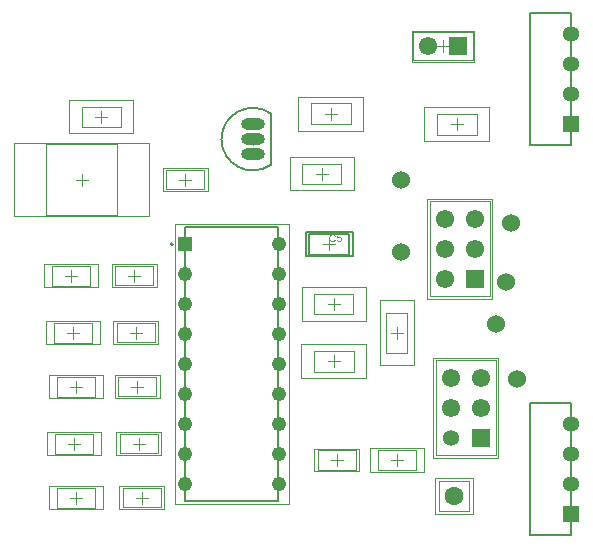
<source format=gbl>
G04*
G04 #@! TF.GenerationSoftware,Altium Limited,Altium Designer,19.1.8 (144)*
G04*
G04 Layer_Physical_Order=2*
G04 Layer_Color=16711680*
%FSLAX25Y25*%
%MOIN*%
G70*
G01*
G75*
%ADD11C,0.00787*%
%ADD12C,0.00500*%
%ADD15C,0.00394*%
%ADD16C,0.00197*%
%ADD43C,0.06000*%
%ADD44R,0.06102X0.06102*%
%ADD45C,0.06102*%
%ADD46C,0.05346*%
%ADD47R,0.06102X0.06102*%
%ADD48R,0.05346X0.05346*%
%ADD49C,0.06299*%
%ADD50O,0.07874X0.03937*%
%ADD51O,0.07874X0.03937*%
%ADD52R,0.04764X0.04764*%
%ADD53C,0.04764*%
G36*
X111249Y104800D02*
X111281Y104796D01*
X111321Y104793D01*
X111361Y104789D01*
X111409Y104778D01*
X111507Y104756D01*
X111616Y104724D01*
X111671Y104702D01*
X111722Y104676D01*
X111773Y104643D01*
X111824Y104611D01*
X111827Y104607D01*
X111835Y104603D01*
X111849Y104593D01*
X111867Y104574D01*
X111885Y104556D01*
X111911Y104531D01*
X111936Y104501D01*
X111966Y104472D01*
X111995Y104436D01*
X112024Y104392D01*
X112057Y104349D01*
X112086Y104301D01*
X112111Y104247D01*
X112140Y104192D01*
X112162Y104134D01*
X112184Y104068D01*
X111856Y103992D01*
Y103996D01*
X111853Y104003D01*
X111845Y104017D01*
X111838Y104036D01*
X111831Y104057D01*
X111820Y104087D01*
X111791Y104145D01*
X111754Y104210D01*
X111711Y104276D01*
X111656Y104338D01*
X111598Y104392D01*
X111591Y104400D01*
X111569Y104414D01*
X111532Y104432D01*
X111485Y104458D01*
X111423Y104480D01*
X111354Y104501D01*
X111270Y104516D01*
X111179Y104520D01*
X111150D01*
X111132Y104516D01*
X111107D01*
X111077Y104512D01*
X111008Y104501D01*
X110932Y104487D01*
X110852Y104462D01*
X110768Y104425D01*
X110692Y104378D01*
X110688D01*
X110684Y104370D01*
X110659Y104352D01*
X110626Y104323D01*
X110586Y104279D01*
X110539Y104225D01*
X110495Y104163D01*
X110455Y104087D01*
X110419Y104003D01*
Y103999D01*
X110415Y103992D01*
X110411Y103981D01*
X110408Y103963D01*
X110400Y103941D01*
X110393Y103916D01*
X110382Y103854D01*
X110368Y103781D01*
X110353Y103701D01*
X110346Y103613D01*
X110342Y103519D01*
Y103515D01*
Y103504D01*
Y103486D01*
Y103464D01*
X110346Y103439D01*
Y103406D01*
X110349Y103369D01*
X110353Y103329D01*
X110364Y103242D01*
X110382Y103147D01*
X110404Y103053D01*
X110433Y102958D01*
Y102954D01*
X110437Y102947D01*
X110444Y102936D01*
X110451Y102918D01*
X110473Y102874D01*
X110506Y102823D01*
X110546Y102765D01*
X110597Y102703D01*
X110655Y102649D01*
X110724Y102598D01*
X110728D01*
X110735Y102594D01*
X110746Y102587D01*
X110761Y102580D01*
X110779Y102572D01*
X110801Y102561D01*
X110852Y102540D01*
X110917Y102518D01*
X110990Y102499D01*
X111070Y102485D01*
X111154Y102481D01*
X111179D01*
X111201Y102485D01*
X111227D01*
X111252Y102489D01*
X111318Y102503D01*
X111394Y102521D01*
X111470Y102550D01*
X111551Y102591D01*
X111591Y102612D01*
X111627Y102641D01*
X111631Y102645D01*
X111634Y102649D01*
X111645Y102660D01*
X111660Y102671D01*
X111674Y102689D01*
X111693Y102711D01*
X111714Y102733D01*
X111733Y102762D01*
X111754Y102794D01*
X111780Y102831D01*
X111802Y102867D01*
X111824Y102911D01*
X111842Y102958D01*
X111860Y103009D01*
X111878Y103064D01*
X111893Y103122D01*
X112228Y103038D01*
Y103035D01*
X112224Y103020D01*
X112217Y102998D01*
X112206Y102969D01*
X112195Y102936D01*
X112180Y102896D01*
X112162Y102853D01*
X112140Y102805D01*
X112089Y102703D01*
X112024Y102601D01*
X111984Y102550D01*
X111944Y102499D01*
X111900Y102456D01*
X111849Y102412D01*
X111845Y102409D01*
X111838Y102401D01*
X111820Y102394D01*
X111802Y102379D01*
X111773Y102361D01*
X111743Y102343D01*
X111704Y102325D01*
X111663Y102307D01*
X111616Y102285D01*
X111565Y102267D01*
X111511Y102248D01*
X111452Y102230D01*
X111390Y102216D01*
X111325Y102208D01*
X111256Y102201D01*
X111183Y102197D01*
X111143D01*
X111114Y102201D01*
X111081D01*
X111041Y102205D01*
X110997Y102212D01*
X110946Y102219D01*
X110841Y102237D01*
X110732Y102267D01*
X110622Y102307D01*
X110571Y102332D01*
X110521Y102361D01*
X110517Y102365D01*
X110510Y102368D01*
X110495Y102379D01*
X110480Y102394D01*
X110459Y102409D01*
X110433Y102430D01*
X110404Y102456D01*
X110375Y102485D01*
X110346Y102518D01*
X110313Y102550D01*
X110248Y102634D01*
X110186Y102733D01*
X110131Y102842D01*
Y102845D01*
X110124Y102856D01*
X110120Y102874D01*
X110109Y102896D01*
X110102Y102925D01*
X110091Y102962D01*
X110076Y103002D01*
X110065Y103045D01*
X110055Y103093D01*
X110040Y103147D01*
X110022Y103260D01*
X110007Y103388D01*
X110000Y103519D01*
Y103522D01*
Y103537D01*
Y103559D01*
X110004Y103584D01*
Y103621D01*
X110007Y103657D01*
X110011Y103704D01*
X110018Y103752D01*
X110036Y103857D01*
X110062Y103974D01*
X110098Y104090D01*
X110149Y104203D01*
X110153Y104207D01*
X110157Y104218D01*
X110164Y104232D01*
X110178Y104250D01*
X110193Y104276D01*
X110211Y104305D01*
X110258Y104370D01*
X110320Y104443D01*
X110393Y104516D01*
X110477Y104589D01*
X110575Y104651D01*
X110579Y104654D01*
X110590Y104658D01*
X110604Y104665D01*
X110622Y104676D01*
X110652Y104687D01*
X110681Y104698D01*
X110717Y104713D01*
X110757Y104727D01*
X110801Y104742D01*
X110848Y104756D01*
X110950Y104778D01*
X111066Y104796D01*
X111187Y104804D01*
X111223D01*
X111249Y104800D01*
D02*
G37*
G36*
X114062Y104432D02*
X113054D01*
X112919Y103752D01*
X112923Y103755D01*
X112930Y103759D01*
X112941Y103766D01*
X112959Y103777D01*
X112981Y103788D01*
X113007Y103803D01*
X113065Y103832D01*
X113138Y103861D01*
X113218Y103886D01*
X113305Y103904D01*
X113349Y103912D01*
X113429D01*
X113451Y103908D01*
X113480Y103904D01*
X113513Y103901D01*
X113549Y103894D01*
X113589Y103883D01*
X113676Y103857D01*
X113724Y103839D01*
X113771Y103814D01*
X113818Y103788D01*
X113866Y103759D01*
X113909Y103723D01*
X113953Y103682D01*
X113957Y103679D01*
X113964Y103672D01*
X113975Y103661D01*
X113989Y103642D01*
X114008Y103617D01*
X114026Y103592D01*
X114048Y103559D01*
X114069Y103522D01*
X114088Y103482D01*
X114110Y103439D01*
X114128Y103388D01*
X114146Y103337D01*
X114161Y103282D01*
X114171Y103220D01*
X114179Y103158D01*
X114182Y103093D01*
Y103089D01*
Y103078D01*
Y103060D01*
X114179Y103035D01*
X114175Y103006D01*
X114171Y102973D01*
X114164Y102933D01*
X114157Y102893D01*
X114135Y102798D01*
X114099Y102700D01*
X114077Y102649D01*
X114048Y102601D01*
X114018Y102550D01*
X113982Y102503D01*
X113979Y102499D01*
X113971Y102489D01*
X113957Y102474D01*
X113938Y102456D01*
X113913Y102434D01*
X113884Y102405D01*
X113847Y102379D01*
X113807Y102350D01*
X113764Y102321D01*
X113713Y102296D01*
X113658Y102270D01*
X113600Y102245D01*
X113538Y102226D01*
X113469Y102212D01*
X113396Y102201D01*
X113320Y102197D01*
X113287D01*
X113261Y102201D01*
X113232Y102205D01*
X113199Y102208D01*
X113160Y102212D01*
X113119Y102223D01*
X113028Y102245D01*
X112937Y102278D01*
X112890Y102299D01*
X112843Y102325D01*
X112799Y102354D01*
X112755Y102387D01*
X112752Y102390D01*
X112744Y102394D01*
X112737Y102409D01*
X112723Y102423D01*
X112705Y102441D01*
X112686Y102463D01*
X112664Y102492D01*
X112646Y102525D01*
X112624Y102558D01*
X112602Y102598D01*
X112563Y102685D01*
X112530Y102787D01*
X112519Y102842D01*
X112512Y102900D01*
X112836Y102925D01*
Y102922D01*
Y102915D01*
X112839Y102903D01*
X112843Y102885D01*
X112854Y102845D01*
X112868Y102791D01*
X112890Y102736D01*
X112919Y102674D01*
X112956Y102620D01*
X112999Y102569D01*
X113007Y102565D01*
X113021Y102550D01*
X113050Y102532D01*
X113090Y102510D01*
X113134Y102489D01*
X113189Y102470D01*
X113251Y102456D01*
X113320Y102452D01*
X113341D01*
X113356Y102456D01*
X113400Y102460D01*
X113451Y102474D01*
X113513Y102492D01*
X113574Y102521D01*
X113640Y102565D01*
X113669Y102591D01*
X113698Y102620D01*
X113702Y102623D01*
X113706Y102627D01*
X113713Y102638D01*
X113724Y102649D01*
X113749Y102689D01*
X113778Y102740D01*
X113804Y102802D01*
X113829Y102878D01*
X113847Y102969D01*
X113855Y103016D01*
Y103067D01*
Y103071D01*
Y103078D01*
Y103093D01*
X113851Y103111D01*
Y103133D01*
X113847Y103158D01*
X113837Y103217D01*
X113818Y103286D01*
X113793Y103355D01*
X113756Y103420D01*
X113706Y103482D01*
Y103486D01*
X113698Y103490D01*
X113680Y103508D01*
X113647Y103533D01*
X113603Y103562D01*
X113545Y103588D01*
X113480Y103613D01*
X113403Y103631D01*
X113360Y103639D01*
X113291D01*
X113261Y103635D01*
X113225Y103631D01*
X113181Y103621D01*
X113138Y103610D01*
X113090Y103592D01*
X113043Y103570D01*
X113039Y103566D01*
X113025Y103559D01*
X113003Y103541D01*
X112974Y103522D01*
X112945Y103497D01*
X112916Y103464D01*
X112883Y103431D01*
X112857Y103391D01*
X112566Y103431D01*
X112810Y104727D01*
X114062D01*
Y104432D01*
D02*
G37*
D11*
X103307Y97957D02*
Y105043D01*
Y97957D02*
X116693D01*
Y105043D01*
X103307D02*
X116693D01*
X102126Y97563D02*
Y105437D01*
Y97563D02*
X117874D01*
Y105437D01*
X102126D02*
X117874D01*
X57913Y101500D02*
G03*
X57913Y101500I-394J0D01*
G01*
D02*
G03*
X57913Y101500I-394J0D01*
G01*
X102126Y97563D02*
Y105437D01*
Y97563D02*
X117874D01*
Y105437D01*
X102126D02*
X117874D01*
X90484Y145046D02*
G03*
X90484Y127954I-5984J-8546D01*
G01*
Y145046D01*
D12*
X177000Y134500D02*
X190500D01*
X177000D02*
Y178500D01*
X190500D01*
Y134500D02*
Y178500D01*
Y4500D02*
Y48500D01*
X177000D02*
X190500D01*
X177000Y4500D02*
Y48500D01*
Y4500D02*
X190500D01*
X62008Y107248D02*
X92992D01*
X62008Y15752D02*
X92992D01*
X62008D02*
Y107248D01*
X92992Y15752D02*
Y107248D01*
X62008D02*
X92992D01*
X62008Y15752D02*
X92992D01*
X62008D02*
Y107248D01*
X92992Y15752D02*
Y107248D01*
X177000Y134500D02*
X190500D01*
X177000D02*
Y178500D01*
X190500D01*
Y134500D02*
Y136500D01*
Y176500D02*
Y178500D01*
Y46500D02*
Y48500D01*
Y4500D02*
Y6500D01*
X177000Y48500D02*
X190500D01*
X177000Y4500D02*
Y48500D01*
Y4500D02*
X190500D01*
D15*
X145500Y62748D02*
X165500D01*
Y31252D02*
Y62748D01*
X145500Y31252D02*
X165500D01*
X145500D02*
Y62748D01*
X138000Y162756D02*
Y172244D01*
X158000D01*
Y162756D02*
Y172244D01*
X138000Y162756D02*
X158000D01*
X143500Y115748D02*
X163500D01*
Y84252D02*
Y115748D01*
X143500Y84252D02*
X163500D01*
X143500D02*
Y115748D01*
X118193Y58957D02*
Y66043D01*
X104807Y58957D02*
Y66043D01*
Y58957D02*
X118193D01*
X104807Y66043D02*
X118193D01*
X146500Y12500D02*
Y22500D01*
Y12500D02*
X156500D01*
Y22500D01*
X146500D02*
X156500D01*
X17701Y87653D02*
Y94346D01*
X30299Y87653D02*
Y94346D01*
X17701D02*
X30299D01*
X17701Y87653D02*
X30299D01*
X18201Y68654D02*
Y75346D01*
X30799Y68654D02*
Y75346D01*
X18201D02*
X30799D01*
X18201Y68654D02*
X30799D01*
X19201Y50654D02*
Y57346D01*
X31799Y50654D02*
Y57346D01*
X19201D02*
X31799D01*
X19201Y50654D02*
X31799D01*
X18701Y31654D02*
Y38346D01*
X31299Y31654D02*
Y38346D01*
X18701D02*
X31299D01*
X18701Y31654D02*
X31299D01*
X138799Y26153D02*
Y32846D01*
X126201Y26153D02*
Y32846D01*
Y26153D02*
X138799D01*
X126201Y32846D02*
X138799D01*
X19201Y13654D02*
Y20346D01*
X31799Y13654D02*
Y20346D01*
X19201D02*
X31799D01*
X19201Y13654D02*
X31799D01*
X40496Y140654D02*
Y147346D01*
X27504Y140654D02*
Y147346D01*
Y140654D02*
X40496D01*
X27504Y147346D02*
X40496D01*
X145807Y137957D02*
Y145043D01*
X159193Y137957D02*
Y145043D01*
X145807D02*
X159193D01*
X145807Y137957D02*
X159193D01*
X101004Y121653D02*
Y128347D01*
X113996Y121653D02*
Y128347D01*
X101004D02*
X113996D01*
X101004Y121653D02*
X113996D01*
X117193Y141457D02*
Y148543D01*
X103807Y141457D02*
Y148543D01*
Y141457D02*
X117193D01*
X103807Y148543D02*
X117193D01*
X128957Y78693D02*
X136043D01*
X128957Y65307D02*
X136043D01*
Y78693D01*
X128957Y65307D02*
Y78693D01*
X15689Y134811D02*
X39311D01*
Y111189D02*
Y134811D01*
X15689Y111189D02*
Y134811D01*
Y111189D02*
X39311D01*
X105004Y78055D02*
Y84945D01*
X117996Y78055D02*
Y84945D01*
X105004D02*
X117996D01*
X105004Y78055D02*
X117996D01*
X38602Y87752D02*
Y94248D01*
X51398Y87752D02*
Y94248D01*
X38602D02*
X51398D01*
X38602Y87752D02*
X51398D01*
X39102Y68752D02*
Y75248D01*
X51898Y68752D02*
Y75248D01*
X39102D02*
X51898D01*
X39102Y68752D02*
X51898D01*
X39602Y50752D02*
Y57248D01*
X52398Y50752D02*
Y57248D01*
X39602D02*
X52398D01*
X39602Y50752D02*
X52398D01*
X68398Y119752D02*
Y126248D01*
X55602Y119752D02*
Y126248D01*
Y119752D02*
X68398D01*
X55602Y126248D02*
X68398D01*
X40102Y31752D02*
Y38248D01*
X52898Y31752D02*
Y38248D01*
X40102D02*
X52898D01*
X40102Y31752D02*
X52898D01*
X106102Y26252D02*
Y32748D01*
X118898Y26252D02*
Y32748D01*
X106102D02*
X118898D01*
X106102Y26252D02*
X118898D01*
X41102Y13752D02*
Y20248D01*
X53898Y13752D02*
Y20248D01*
X41102D02*
X53898D01*
X41102Y13752D02*
X53898D01*
X148000Y165532D02*
Y169468D01*
X146031Y167500D02*
X149969D01*
X109531Y62500D02*
X113469D01*
X111500Y60532D02*
Y64468D01*
X14945Y87063D02*
Y94937D01*
X33055Y87063D02*
Y94937D01*
X14945D02*
X33055D01*
X14945Y87063D02*
X33055D01*
X22031Y91000D02*
X25969D01*
X24000Y89031D02*
Y92968D01*
X15445Y68063D02*
Y75937D01*
X33555Y68063D02*
Y75937D01*
X15445D02*
X33555D01*
X15445Y68063D02*
X33555D01*
X22532Y72000D02*
X26469D01*
X24500Y70031D02*
Y73968D01*
X16445Y50063D02*
Y57937D01*
X34555Y50063D02*
Y57937D01*
X16445D02*
X34555D01*
X16445Y50063D02*
X34555D01*
X23531Y54000D02*
X27468D01*
X25500Y52031D02*
Y55968D01*
X15945Y31063D02*
Y38937D01*
X34055Y31063D02*
Y38937D01*
X15945D02*
X34055D01*
X15945Y31063D02*
X34055D01*
X23031Y35000D02*
X26969D01*
X25000Y33031D02*
Y36968D01*
X141555Y25563D02*
Y33437D01*
X123445Y25563D02*
Y33437D01*
Y25563D02*
X141555D01*
X123445Y33437D02*
X141555D01*
X130532Y29500D02*
X134468D01*
X132500Y27531D02*
Y31468D01*
X16445Y13063D02*
Y20937D01*
X34555Y13063D02*
Y20937D01*
X16445D02*
X34555D01*
X16445Y13063D02*
X34555D01*
X23531Y17000D02*
X27468D01*
X25500Y15032D02*
Y18969D01*
X84500Y134531D02*
Y138469D01*
X82531Y136500D02*
X86468D01*
X32032Y144000D02*
X35969D01*
X34000Y142032D02*
Y145968D01*
X150531Y141500D02*
X154469D01*
X152500Y139532D02*
Y143468D01*
X105532Y125000D02*
X109468D01*
X107500Y123031D02*
Y126969D01*
X108531Y145000D02*
X112469D01*
X110500Y143032D02*
Y146968D01*
X132500Y70031D02*
Y73968D01*
X130532Y72000D02*
X134468D01*
X27500Y121031D02*
Y124969D01*
X25532Y123000D02*
X29469D01*
X109531Y81500D02*
X113469D01*
X111500Y79532D02*
Y83469D01*
X43031Y91000D02*
X46968D01*
X45000Y89031D02*
Y92968D01*
X43532Y72000D02*
X47469D01*
X45500Y70031D02*
Y73968D01*
X44032Y54000D02*
X47969D01*
X46000Y52031D02*
Y55968D01*
X60031Y123000D02*
X63968D01*
X62000Y121031D02*
Y124969D01*
X44532Y35000D02*
X48469D01*
X46500Y33031D02*
Y36968D01*
X110531Y29500D02*
X114469D01*
X112500Y27531D02*
Y31468D01*
X45531Y17000D02*
X49468D01*
X47500Y15032D02*
Y18969D01*
X110000Y99532D02*
Y103469D01*
X108031Y101500D02*
X111969D01*
D16*
X144614Y63634D02*
X166386D01*
Y30366D02*
Y63634D01*
X144614Y30366D02*
X166386D01*
X144614D02*
Y63634D01*
X137606Y162362D02*
Y172638D01*
X158394D01*
Y162362D02*
Y172638D01*
X137606Y162362D02*
X158394D01*
X142614Y116634D02*
X164386D01*
Y83366D02*
Y116634D01*
X142614Y83366D02*
X164386D01*
X142614D02*
Y116634D01*
X122327Y56791D02*
Y68209D01*
X100673Y56791D02*
Y68209D01*
Y56791D02*
X122327D01*
X100673Y68209D02*
X122327D01*
X145122Y11417D02*
Y23583D01*
Y11417D02*
X157878D01*
Y23583D01*
X145122D02*
X157878D01*
X151500Y15531D02*
Y19468D01*
X149531Y17500D02*
X153469D01*
X44630Y138488D02*
Y149512D01*
X23370Y138488D02*
Y149512D01*
Y138488D02*
X44630D01*
X23370Y149512D02*
X44630D01*
X141673Y135791D02*
Y147209D01*
X163327Y135791D02*
Y147209D01*
X141673D02*
X163327D01*
X141673Y135791D02*
X163327D01*
X96870Y119488D02*
Y130512D01*
X118130Y119488D02*
Y130512D01*
X96870D02*
X118130D01*
X96870Y119488D02*
X118130D01*
X121327Y139291D02*
Y150709D01*
X99673Y139291D02*
Y150709D01*
Y139291D02*
X121327D01*
X99673Y150709D02*
X121327D01*
X126791Y82827D02*
X138209D01*
X126791Y61173D02*
X138209D01*
Y82827D01*
X126791Y61173D02*
Y82827D01*
X5059Y110795D02*
Y135205D01*
Y110795D02*
X49941D01*
X5059Y135205D02*
X49941D01*
Y110795D02*
Y135205D01*
X100870Y75791D02*
Y87209D01*
X122130Y75791D02*
Y87209D01*
X100870D02*
X122130D01*
X100870Y75791D02*
X122130D01*
X37520Y87260D02*
Y94740D01*
X52480Y87260D02*
Y94740D01*
X37520D02*
X52480D01*
X37520Y87260D02*
X52480D01*
X38020Y68260D02*
Y75740D01*
X52980Y68260D02*
Y75740D01*
X38020D02*
X52980D01*
X38020Y68260D02*
X52980D01*
X38520Y50260D02*
Y57740D01*
X53480Y50260D02*
Y57740D01*
X38520D02*
X53480D01*
X38520Y50260D02*
X53480D01*
X69480Y119260D02*
Y126740D01*
X54520Y119260D02*
Y126740D01*
Y119260D02*
X69480D01*
X54520Y126740D02*
X69480D01*
X39020Y31260D02*
Y38740D01*
X53980Y31260D02*
Y38740D01*
X39020D02*
X53980D01*
X39020Y31260D02*
X53980D01*
X105020Y25760D02*
Y33240D01*
X119980Y25760D02*
Y33240D01*
X105020D02*
X119980D01*
X105020Y25760D02*
X119980D01*
X40020Y13260D02*
Y20740D01*
X54980Y13260D02*
Y20740D01*
X40020D02*
X54980D01*
X40020Y13260D02*
X54980D01*
X58504Y108232D02*
X96496D01*
X58504Y14768D02*
X96496D01*
Y108232D01*
X58504Y14768D02*
Y108232D01*
D43*
X169000Y89000D02*
D03*
X170500Y108500D02*
D03*
X172500Y56500D02*
D03*
X165500Y75000D02*
D03*
X134000Y123000D02*
D03*
Y98980D02*
D03*
D44*
X160500Y37000D02*
D03*
X158500Y90000D02*
D03*
D45*
X160500Y47000D02*
D03*
Y57000D02*
D03*
X150500Y47000D02*
D03*
Y57000D02*
D03*
X143000Y167500D02*
D03*
X158500Y100000D02*
D03*
Y110000D02*
D03*
X148500Y90000D02*
D03*
Y100000D02*
D03*
Y110000D02*
D03*
D46*
X150500Y37000D02*
D03*
X190500Y151500D02*
D03*
Y161500D02*
D03*
Y171500D02*
D03*
Y41500D02*
D03*
Y31500D02*
D03*
Y21500D02*
D03*
D47*
X153000Y167500D02*
D03*
D48*
X190500Y141500D02*
D03*
Y11500D02*
D03*
D49*
X151500Y17500D02*
D03*
D50*
X84500Y131500D02*
D03*
Y136500D02*
D03*
D51*
Y141500D02*
D03*
D52*
X61870Y101500D02*
D03*
D53*
Y91500D02*
D03*
Y81500D02*
D03*
Y71500D02*
D03*
Y61500D02*
D03*
Y51500D02*
D03*
Y41500D02*
D03*
Y31500D02*
D03*
Y21500D02*
D03*
X93130D02*
D03*
Y31500D02*
D03*
Y41500D02*
D03*
Y51500D02*
D03*
Y61500D02*
D03*
Y71500D02*
D03*
Y81500D02*
D03*
Y91500D02*
D03*
Y101500D02*
D03*
M02*

</source>
